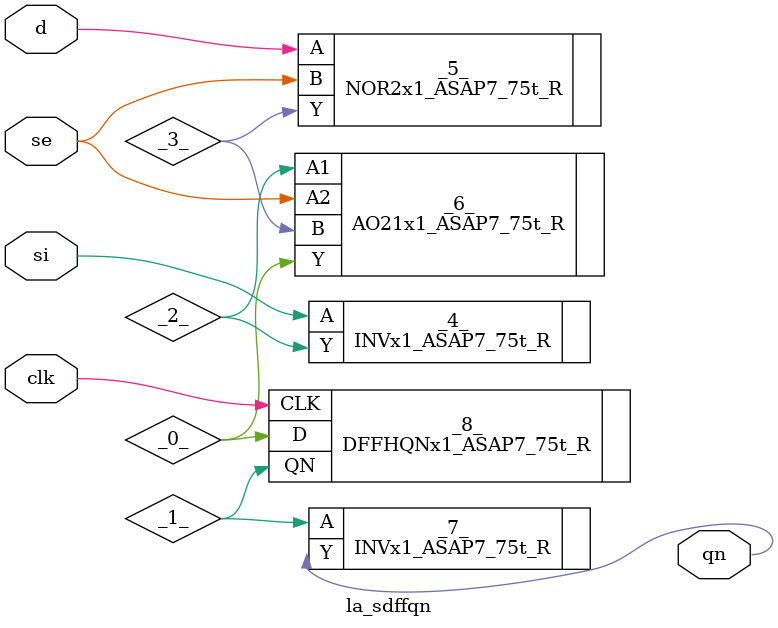
<source format=v>

/* Generated by Yosys 0.44 (git sha1 80ba43d26, g++ 11.4.0-1ubuntu1~22.04 -fPIC -O3) */

(* top =  1  *)
(* src = "generated" *)
module la_sdffqn (
    d,
    si,
    se,
    clk,
    qn
);
  (* src = "generated" *)
  wire _0_;
  wire _1_;
  wire _2_;
  wire _3_;
  (* src = "generated" *)
  input clk;
  wire clk;
  (* src = "generated" *)
  input d;
  wire d;
  (* src = "generated" *)
  output qn;
  wire qn;
  (* src = "generated" *)
  input se;
  wire se;
  (* src = "generated" *)
  input si;
  wire si;
  INVx1_ASAP7_75t_R _4_ (
      .A(si),
      .Y(_2_)
  );
  NOR2x1_ASAP7_75t_R _5_ (
      .A(d),
      .B(se),
      .Y(_3_)
  );
  AO21x1_ASAP7_75t_R _6_ (
      .A1(_2_),
      .A2(se),
      .B (_3_),
      .Y (_0_)
  );
  INVx1_ASAP7_75t_R _7_ (
      .A(_1_),
      .Y(qn)
  );
  (* src = "generated" *)
  DFFHQNx1_ASAP7_75t_R _8_ (
      .CLK(clk),
      .D  (_0_),
      .QN (_1_)
  );
endmodule

</source>
